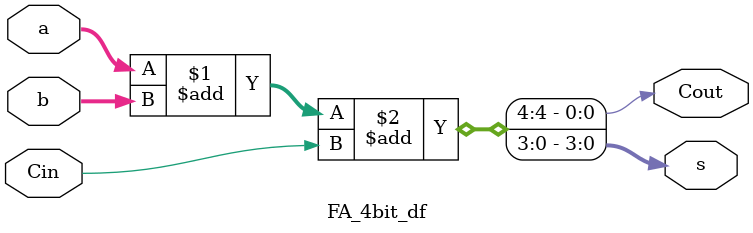
<source format=v>

`timescale 1ps / 1ps					   
module FA_4bit_df ( s ,Cout ,a ,b ,Cin );
	input [3:0] a ,b;
	input Cin;
	
	output [3:0] s;
	output Cout;
	
	assign {Cout, s} = a + b + Cin;
endmodule

</source>
